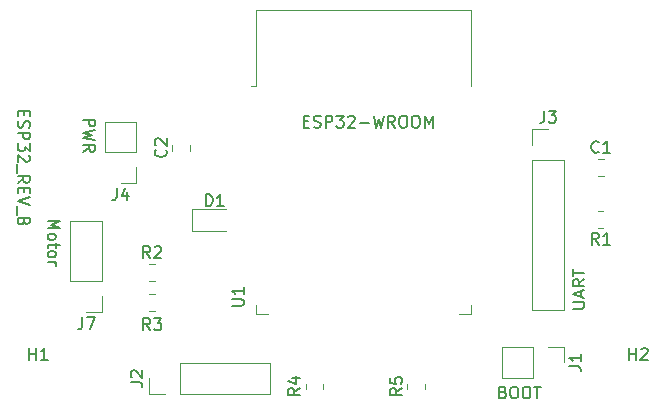
<source format=gto>
G04 #@! TF.GenerationSoftware,KiCad,Pcbnew,(5.1.10)-1*
G04 #@! TF.CreationDate,2022-05-01T16:49:19-04:00*
G04 #@! TF.ProjectId,Hardware,48617264-7761-4726-952e-6b696361645f,rev?*
G04 #@! TF.SameCoordinates,Original*
G04 #@! TF.FileFunction,Legend,Top*
G04 #@! TF.FilePolarity,Positive*
%FSLAX46Y46*%
G04 Gerber Fmt 4.6, Leading zero omitted, Abs format (unit mm)*
G04 Created by KiCad (PCBNEW (5.1.10)-1) date 2022-05-01 16:49:19*
%MOMM*%
%LPD*%
G01*
G04 APERTURE LIST*
%ADD10C,0.150000*%
%ADD11C,0.120000*%
%ADD12O,1.700000X1.700000*%
%ADD13R,1.700000X1.700000*%
%ADD14C,2.100000*%
%ADD15R,5.000000X5.000000*%
%ADD16R,2.000000X0.900000*%
%ADD17R,0.900000X2.000000*%
G04 APERTURE END LIST*
D10*
X82621428Y-98084285D02*
X82621428Y-98417619D01*
X82097619Y-98560476D02*
X82097619Y-98084285D01*
X83097619Y-98084285D01*
X83097619Y-98560476D01*
X82145238Y-98941428D02*
X82097619Y-99084285D01*
X82097619Y-99322380D01*
X82145238Y-99417619D01*
X82192857Y-99465238D01*
X82288095Y-99512857D01*
X82383333Y-99512857D01*
X82478571Y-99465238D01*
X82526190Y-99417619D01*
X82573809Y-99322380D01*
X82621428Y-99131904D01*
X82669047Y-99036666D01*
X82716666Y-98989047D01*
X82811904Y-98941428D01*
X82907142Y-98941428D01*
X83002380Y-98989047D01*
X83050000Y-99036666D01*
X83097619Y-99131904D01*
X83097619Y-99370000D01*
X83050000Y-99512857D01*
X82097619Y-99941428D02*
X83097619Y-99941428D01*
X83097619Y-100322380D01*
X83050000Y-100417619D01*
X83002380Y-100465238D01*
X82907142Y-100512857D01*
X82764285Y-100512857D01*
X82669047Y-100465238D01*
X82621428Y-100417619D01*
X82573809Y-100322380D01*
X82573809Y-99941428D01*
X83097619Y-100846190D02*
X83097619Y-101465238D01*
X82716666Y-101131904D01*
X82716666Y-101274761D01*
X82669047Y-101370000D01*
X82621428Y-101417619D01*
X82526190Y-101465238D01*
X82288095Y-101465238D01*
X82192857Y-101417619D01*
X82145238Y-101370000D01*
X82097619Y-101274761D01*
X82097619Y-100989047D01*
X82145238Y-100893809D01*
X82192857Y-100846190D01*
X83002380Y-101846190D02*
X83050000Y-101893809D01*
X83097619Y-101989047D01*
X83097619Y-102227142D01*
X83050000Y-102322380D01*
X83002380Y-102370000D01*
X82907142Y-102417619D01*
X82811904Y-102417619D01*
X82669047Y-102370000D01*
X82097619Y-101798571D01*
X82097619Y-102417619D01*
X82002380Y-102608095D02*
X82002380Y-103370000D01*
X82097619Y-104179523D02*
X82573809Y-103846190D01*
X82097619Y-103608095D02*
X83097619Y-103608095D01*
X83097619Y-103989047D01*
X83050000Y-104084285D01*
X83002380Y-104131904D01*
X82907142Y-104179523D01*
X82764285Y-104179523D01*
X82669047Y-104131904D01*
X82621428Y-104084285D01*
X82573809Y-103989047D01*
X82573809Y-103608095D01*
X82621428Y-104608095D02*
X82621428Y-104941428D01*
X82097619Y-105084285D02*
X82097619Y-104608095D01*
X83097619Y-104608095D01*
X83097619Y-105084285D01*
X83097619Y-105370000D02*
X82097619Y-105703333D01*
X83097619Y-106036666D01*
X82002380Y-106131904D02*
X82002380Y-106893809D01*
X82621428Y-107465238D02*
X82573809Y-107608095D01*
X82526190Y-107655714D01*
X82430952Y-107703333D01*
X82288095Y-107703333D01*
X82192857Y-107655714D01*
X82145238Y-107608095D01*
X82097619Y-107512857D01*
X82097619Y-107131904D01*
X83097619Y-107131904D01*
X83097619Y-107465238D01*
X83050000Y-107560476D01*
X83002380Y-107608095D01*
X82907142Y-107655714D01*
X82811904Y-107655714D01*
X82716666Y-107608095D01*
X82669047Y-107560476D01*
X82621428Y-107465238D01*
X82621428Y-107131904D01*
X123166357Y-121912071D02*
X123309214Y-121959690D01*
X123356833Y-122007309D01*
X123404452Y-122102547D01*
X123404452Y-122245404D01*
X123356833Y-122340642D01*
X123309214Y-122388261D01*
X123213976Y-122435880D01*
X122833023Y-122435880D01*
X122833023Y-121435880D01*
X123166357Y-121435880D01*
X123261595Y-121483500D01*
X123309214Y-121531119D01*
X123356833Y-121626357D01*
X123356833Y-121721595D01*
X123309214Y-121816833D01*
X123261595Y-121864452D01*
X123166357Y-121912071D01*
X122833023Y-121912071D01*
X124023500Y-121435880D02*
X124213976Y-121435880D01*
X124309214Y-121483500D01*
X124404452Y-121578738D01*
X124452071Y-121769214D01*
X124452071Y-122102547D01*
X124404452Y-122293023D01*
X124309214Y-122388261D01*
X124213976Y-122435880D01*
X124023500Y-122435880D01*
X123928261Y-122388261D01*
X123833023Y-122293023D01*
X123785404Y-122102547D01*
X123785404Y-121769214D01*
X123833023Y-121578738D01*
X123928261Y-121483500D01*
X124023500Y-121435880D01*
X125071119Y-121435880D02*
X125261595Y-121435880D01*
X125356833Y-121483500D01*
X125452071Y-121578738D01*
X125499690Y-121769214D01*
X125499690Y-122102547D01*
X125452071Y-122293023D01*
X125356833Y-122388261D01*
X125261595Y-122435880D01*
X125071119Y-122435880D01*
X124975880Y-122388261D01*
X124880642Y-122293023D01*
X124833023Y-122102547D01*
X124833023Y-121769214D01*
X124880642Y-121578738D01*
X124975880Y-121483500D01*
X125071119Y-121435880D01*
X125785404Y-121435880D02*
X126356833Y-121435880D01*
X126071119Y-122435880D02*
X126071119Y-121435880D01*
X129068580Y-114828438D02*
X129878104Y-114828438D01*
X129973342Y-114780819D01*
X130020961Y-114733200D01*
X130068580Y-114637961D01*
X130068580Y-114447485D01*
X130020961Y-114352247D01*
X129973342Y-114304628D01*
X129878104Y-114257009D01*
X129068580Y-114257009D01*
X129782866Y-113828438D02*
X129782866Y-113352247D01*
X130068580Y-113923676D02*
X129068580Y-113590342D01*
X130068580Y-113257009D01*
X130068580Y-112352247D02*
X129592390Y-112685580D01*
X130068580Y-112923676D02*
X129068580Y-112923676D01*
X129068580Y-112542723D01*
X129116200Y-112447485D01*
X129163819Y-112399866D01*
X129259057Y-112352247D01*
X129401914Y-112352247D01*
X129497152Y-112399866D01*
X129544771Y-112447485D01*
X129592390Y-112542723D01*
X129592390Y-112923676D01*
X129068580Y-112066533D02*
X129068580Y-111495104D01*
X130068580Y-111780819D02*
X129068580Y-111780819D01*
X106307619Y-98988571D02*
X106640952Y-98988571D01*
X106783809Y-99512380D02*
X106307619Y-99512380D01*
X106307619Y-98512380D01*
X106783809Y-98512380D01*
X107164761Y-99464761D02*
X107307619Y-99512380D01*
X107545714Y-99512380D01*
X107640952Y-99464761D01*
X107688571Y-99417142D01*
X107736190Y-99321904D01*
X107736190Y-99226666D01*
X107688571Y-99131428D01*
X107640952Y-99083809D01*
X107545714Y-99036190D01*
X107355238Y-98988571D01*
X107260000Y-98940952D01*
X107212380Y-98893333D01*
X107164761Y-98798095D01*
X107164761Y-98702857D01*
X107212380Y-98607619D01*
X107260000Y-98560000D01*
X107355238Y-98512380D01*
X107593333Y-98512380D01*
X107736190Y-98560000D01*
X108164761Y-99512380D02*
X108164761Y-98512380D01*
X108545714Y-98512380D01*
X108640952Y-98560000D01*
X108688571Y-98607619D01*
X108736190Y-98702857D01*
X108736190Y-98845714D01*
X108688571Y-98940952D01*
X108640952Y-98988571D01*
X108545714Y-99036190D01*
X108164761Y-99036190D01*
X109069523Y-98512380D02*
X109688571Y-98512380D01*
X109355238Y-98893333D01*
X109498095Y-98893333D01*
X109593333Y-98940952D01*
X109640952Y-98988571D01*
X109688571Y-99083809D01*
X109688571Y-99321904D01*
X109640952Y-99417142D01*
X109593333Y-99464761D01*
X109498095Y-99512380D01*
X109212380Y-99512380D01*
X109117142Y-99464761D01*
X109069523Y-99417142D01*
X110069523Y-98607619D02*
X110117142Y-98560000D01*
X110212380Y-98512380D01*
X110450476Y-98512380D01*
X110545714Y-98560000D01*
X110593333Y-98607619D01*
X110640952Y-98702857D01*
X110640952Y-98798095D01*
X110593333Y-98940952D01*
X110021904Y-99512380D01*
X110640952Y-99512380D01*
X111069523Y-99131428D02*
X111831428Y-99131428D01*
X112212380Y-98512380D02*
X112450476Y-99512380D01*
X112640952Y-98798095D01*
X112831428Y-99512380D01*
X113069523Y-98512380D01*
X114021904Y-99512380D02*
X113688571Y-99036190D01*
X113450476Y-99512380D02*
X113450476Y-98512380D01*
X113831428Y-98512380D01*
X113926666Y-98560000D01*
X113974285Y-98607619D01*
X114021904Y-98702857D01*
X114021904Y-98845714D01*
X113974285Y-98940952D01*
X113926666Y-98988571D01*
X113831428Y-99036190D01*
X113450476Y-99036190D01*
X114640952Y-98512380D02*
X114831428Y-98512380D01*
X114926666Y-98560000D01*
X115021904Y-98655238D01*
X115069523Y-98845714D01*
X115069523Y-99179047D01*
X115021904Y-99369523D01*
X114926666Y-99464761D01*
X114831428Y-99512380D01*
X114640952Y-99512380D01*
X114545714Y-99464761D01*
X114450476Y-99369523D01*
X114402857Y-99179047D01*
X114402857Y-98845714D01*
X114450476Y-98655238D01*
X114545714Y-98560000D01*
X114640952Y-98512380D01*
X115688571Y-98512380D02*
X115879047Y-98512380D01*
X115974285Y-98560000D01*
X116069523Y-98655238D01*
X116117142Y-98845714D01*
X116117142Y-99179047D01*
X116069523Y-99369523D01*
X115974285Y-99464761D01*
X115879047Y-99512380D01*
X115688571Y-99512380D01*
X115593333Y-99464761D01*
X115498095Y-99369523D01*
X115450476Y-99179047D01*
X115450476Y-98845714D01*
X115498095Y-98655238D01*
X115593333Y-98560000D01*
X115688571Y-98512380D01*
X116545714Y-99512380D02*
X116545714Y-98512380D01*
X116879047Y-99226666D01*
X117212380Y-98512380D01*
X117212380Y-99512380D01*
X87647519Y-98831566D02*
X88647519Y-98831566D01*
X88647519Y-99212519D01*
X88599900Y-99307757D01*
X88552280Y-99355376D01*
X88457042Y-99402995D01*
X88314185Y-99402995D01*
X88218947Y-99355376D01*
X88171328Y-99307757D01*
X88123709Y-99212519D01*
X88123709Y-98831566D01*
X88647519Y-99736328D02*
X87647519Y-99974423D01*
X88361804Y-100164900D01*
X87647519Y-100355376D01*
X88647519Y-100593471D01*
X87647519Y-101545852D02*
X88123709Y-101212519D01*
X87647519Y-100974423D02*
X88647519Y-100974423D01*
X88647519Y-101355376D01*
X88599900Y-101450614D01*
X88552280Y-101498233D01*
X88457042Y-101545852D01*
X88314185Y-101545852D01*
X88218947Y-101498233D01*
X88171328Y-101450614D01*
X88123709Y-101355376D01*
X88123709Y-100974423D01*
X84637619Y-107386666D02*
X85637619Y-107386666D01*
X84923333Y-107720000D01*
X85637619Y-108053333D01*
X84637619Y-108053333D01*
X84637619Y-108672380D02*
X84685238Y-108577142D01*
X84732857Y-108529523D01*
X84828095Y-108481904D01*
X85113809Y-108481904D01*
X85209047Y-108529523D01*
X85256666Y-108577142D01*
X85304285Y-108672380D01*
X85304285Y-108815238D01*
X85256666Y-108910476D01*
X85209047Y-108958095D01*
X85113809Y-109005714D01*
X84828095Y-109005714D01*
X84732857Y-108958095D01*
X84685238Y-108910476D01*
X84637619Y-108815238D01*
X84637619Y-108672380D01*
X85304285Y-109291428D02*
X85304285Y-109672380D01*
X85637619Y-109434285D02*
X84780476Y-109434285D01*
X84685238Y-109481904D01*
X84637619Y-109577142D01*
X84637619Y-109672380D01*
X84637619Y-110148571D02*
X84685238Y-110053333D01*
X84732857Y-110005714D01*
X84828095Y-109958095D01*
X85113809Y-109958095D01*
X85209047Y-110005714D01*
X85256666Y-110053333D01*
X85304285Y-110148571D01*
X85304285Y-110291428D01*
X85256666Y-110386666D01*
X85209047Y-110434285D01*
X85113809Y-110481904D01*
X84828095Y-110481904D01*
X84732857Y-110434285D01*
X84685238Y-110386666D01*
X84637619Y-110291428D01*
X84637619Y-110148571D01*
X84637619Y-110910476D02*
X85304285Y-110910476D01*
X85113809Y-110910476D02*
X85209047Y-110958095D01*
X85256666Y-111005714D01*
X85304285Y-111100952D01*
X85304285Y-111196190D01*
D11*
G04 #@! TO.C,R4*
X106453000Y-121639064D02*
X106453000Y-121184936D01*
X107923000Y-121639064D02*
X107923000Y-121184936D01*
G04 #@! TO.C,R3*
X93244936Y-113565000D02*
X93699064Y-113565000D01*
X93244936Y-115035000D02*
X93699064Y-115035000D01*
G04 #@! TO.C,J7*
X89214000Y-107382000D02*
X86554000Y-107382000D01*
X89214000Y-112522000D02*
X89214000Y-107382000D01*
X86554000Y-112522000D02*
X86554000Y-107382000D01*
X89214000Y-112522000D02*
X86554000Y-112522000D01*
X89214000Y-113792000D02*
X89214000Y-115122000D01*
X89214000Y-115122000D02*
X87884000Y-115122000D01*
G04 #@! TO.C,R2*
X93244936Y-111025000D02*
X93699064Y-111025000D01*
X93244936Y-112495000D02*
X93699064Y-112495000D01*
G04 #@! TO.C,J1*
X128330000Y-118050000D02*
X128330000Y-119380000D01*
X127000000Y-118050000D02*
X128330000Y-118050000D01*
X125730000Y-118050000D02*
X125730000Y-120710000D01*
X125730000Y-120710000D02*
X123130000Y-120710000D01*
X125730000Y-118050000D02*
X123130000Y-118050000D01*
X123130000Y-118050000D02*
X123130000Y-120710000D01*
G04 #@! TO.C,C2*
X95188668Y-101480252D02*
X95188668Y-100957748D01*
X96658668Y-101480252D02*
X96658668Y-100957748D01*
G04 #@! TO.C,R1*
X131672064Y-108050000D02*
X131217936Y-108050000D01*
X131672064Y-106580000D02*
X131217936Y-106580000D01*
G04 #@! TO.C,C1*
X131183748Y-103605000D02*
X131706252Y-103605000D01*
X131183748Y-102135000D02*
X131706252Y-102135000D01*
G04 #@! TO.C,J3*
X125670000Y-114995000D02*
X128330000Y-114995000D01*
X125670000Y-102235000D02*
X125670000Y-114995000D01*
X128330000Y-102235000D02*
X128330000Y-114995000D01*
X125670000Y-102235000D02*
X128330000Y-102235000D01*
X125670000Y-100965000D02*
X125670000Y-99635000D01*
X125670000Y-99635000D02*
X127000000Y-99635000D01*
G04 #@! TO.C,D1*
X99752500Y-106405000D02*
X96867500Y-106405000D01*
X96867500Y-106405000D02*
X96867500Y-108225000D01*
X96867500Y-108225000D02*
X99752500Y-108225000D01*
G04 #@! TO.C,R5*
X115080000Y-121639064D02*
X115080000Y-121184936D01*
X116550000Y-121639064D02*
X116550000Y-121184936D01*
G04 #@! TO.C,J4*
X92135000Y-99000000D02*
X89475000Y-99000000D01*
X92135000Y-101600000D02*
X92135000Y-99000000D01*
X89475000Y-101600000D02*
X89475000Y-99000000D01*
X92135000Y-101600000D02*
X89475000Y-101600000D01*
X92135000Y-102870000D02*
X92135000Y-104200000D01*
X92135000Y-104200000D02*
X90805000Y-104200000D01*
G04 #@! TO.C,J2*
X93196100Y-122068900D02*
X93196100Y-120738900D01*
X94526100Y-122068900D02*
X93196100Y-122068900D01*
X95796100Y-122068900D02*
X95796100Y-119408900D01*
X95796100Y-119408900D02*
X103476100Y-119408900D01*
X95796100Y-122068900D02*
X103476100Y-122068900D01*
X103476100Y-122068900D02*
X103476100Y-119408900D01*
G04 #@! TO.C,U1*
X102250000Y-95965000D02*
X101870000Y-95965000D01*
X102250000Y-89545000D02*
X102250000Y-95965000D01*
X120490000Y-89545000D02*
X120490000Y-95965000D01*
X102250000Y-89545000D02*
X120490000Y-89545000D01*
X120490000Y-115290000D02*
X119490000Y-115290000D01*
X120490000Y-114510000D02*
X120490000Y-115290000D01*
X102250000Y-115290000D02*
X103250000Y-115290000D01*
X102250000Y-114510000D02*
X102250000Y-115290000D01*
G04 #@! TO.C,R4*
D10*
X105990380Y-121578666D02*
X105514190Y-121912000D01*
X105990380Y-122150095D02*
X104990380Y-122150095D01*
X104990380Y-121769142D01*
X105038000Y-121673904D01*
X105085619Y-121626285D01*
X105180857Y-121578666D01*
X105323714Y-121578666D01*
X105418952Y-121626285D01*
X105466571Y-121673904D01*
X105514190Y-121769142D01*
X105514190Y-122150095D01*
X105323714Y-120721523D02*
X105990380Y-120721523D01*
X104942761Y-120959619D02*
X105657047Y-121197714D01*
X105657047Y-120578666D01*
G04 #@! TO.C,R3*
X93305333Y-116657380D02*
X92972000Y-116181190D01*
X92733904Y-116657380D02*
X92733904Y-115657380D01*
X93114857Y-115657380D01*
X93210095Y-115705000D01*
X93257714Y-115752619D01*
X93305333Y-115847857D01*
X93305333Y-115990714D01*
X93257714Y-116085952D01*
X93210095Y-116133571D01*
X93114857Y-116181190D01*
X92733904Y-116181190D01*
X93638666Y-115657380D02*
X94257714Y-115657380D01*
X93924380Y-116038333D01*
X94067238Y-116038333D01*
X94162476Y-116085952D01*
X94210095Y-116133571D01*
X94257714Y-116228809D01*
X94257714Y-116466904D01*
X94210095Y-116562142D01*
X94162476Y-116609761D01*
X94067238Y-116657380D01*
X93781523Y-116657380D01*
X93686285Y-116609761D01*
X93638666Y-116562142D01*
G04 #@! TO.C,J7*
X87550666Y-115574380D02*
X87550666Y-116288666D01*
X87503047Y-116431523D01*
X87407809Y-116526761D01*
X87264952Y-116574380D01*
X87169714Y-116574380D01*
X87931619Y-115574380D02*
X88598285Y-115574380D01*
X88169714Y-116574380D01*
G04 #@! TO.C,R2*
X93305333Y-110562380D02*
X92972000Y-110086190D01*
X92733904Y-110562380D02*
X92733904Y-109562380D01*
X93114857Y-109562380D01*
X93210095Y-109610000D01*
X93257714Y-109657619D01*
X93305333Y-109752857D01*
X93305333Y-109895714D01*
X93257714Y-109990952D01*
X93210095Y-110038571D01*
X93114857Y-110086190D01*
X92733904Y-110086190D01*
X93686285Y-109657619D02*
X93733904Y-109610000D01*
X93829142Y-109562380D01*
X94067238Y-109562380D01*
X94162476Y-109610000D01*
X94210095Y-109657619D01*
X94257714Y-109752857D01*
X94257714Y-109848095D01*
X94210095Y-109990952D01*
X93638666Y-110562380D01*
X94257714Y-110562380D01*
G04 #@! TO.C,J1*
X128782380Y-119713333D02*
X129496666Y-119713333D01*
X129639523Y-119760952D01*
X129734761Y-119856190D01*
X129782380Y-119999047D01*
X129782380Y-120094285D01*
X129782380Y-118713333D02*
X129782380Y-119284761D01*
X129782380Y-118999047D02*
X128782380Y-118999047D01*
X128925238Y-119094285D01*
X129020476Y-119189523D01*
X129068095Y-119284761D01*
G04 #@! TO.C,C2*
X94600810Y-101385666D02*
X94648429Y-101433285D01*
X94696048Y-101576142D01*
X94696048Y-101671380D01*
X94648429Y-101814238D01*
X94553191Y-101909476D01*
X94457953Y-101957095D01*
X94267477Y-102004714D01*
X94124620Y-102004714D01*
X93934144Y-101957095D01*
X93838906Y-101909476D01*
X93743668Y-101814238D01*
X93696048Y-101671380D01*
X93696048Y-101576142D01*
X93743668Y-101433285D01*
X93791287Y-101385666D01*
X93791287Y-101004714D02*
X93743668Y-100957095D01*
X93696048Y-100861857D01*
X93696048Y-100623761D01*
X93743668Y-100528523D01*
X93791287Y-100480904D01*
X93886525Y-100433285D01*
X93981763Y-100433285D01*
X94124620Y-100480904D01*
X94696048Y-101052333D01*
X94696048Y-100433285D01*
G04 #@! TO.C,R1*
X131278333Y-109417380D02*
X130945000Y-108941190D01*
X130706904Y-109417380D02*
X130706904Y-108417380D01*
X131087857Y-108417380D01*
X131183095Y-108465000D01*
X131230714Y-108512619D01*
X131278333Y-108607857D01*
X131278333Y-108750714D01*
X131230714Y-108845952D01*
X131183095Y-108893571D01*
X131087857Y-108941190D01*
X130706904Y-108941190D01*
X132230714Y-109417380D02*
X131659285Y-109417380D01*
X131945000Y-109417380D02*
X131945000Y-108417380D01*
X131849761Y-108560238D01*
X131754523Y-108655476D01*
X131659285Y-108703095D01*
G04 #@! TO.C,C1*
X131278333Y-101547142D02*
X131230714Y-101594761D01*
X131087857Y-101642380D01*
X130992619Y-101642380D01*
X130849761Y-101594761D01*
X130754523Y-101499523D01*
X130706904Y-101404285D01*
X130659285Y-101213809D01*
X130659285Y-101070952D01*
X130706904Y-100880476D01*
X130754523Y-100785238D01*
X130849761Y-100690000D01*
X130992619Y-100642380D01*
X131087857Y-100642380D01*
X131230714Y-100690000D01*
X131278333Y-100737619D01*
X132230714Y-101642380D02*
X131659285Y-101642380D01*
X131945000Y-101642380D02*
X131945000Y-100642380D01*
X131849761Y-100785238D01*
X131754523Y-100880476D01*
X131659285Y-100928095D01*
G04 #@! TO.C,J3*
X126666666Y-98087380D02*
X126666666Y-98801666D01*
X126619047Y-98944523D01*
X126523809Y-99039761D01*
X126380952Y-99087380D01*
X126285714Y-99087380D01*
X127047619Y-98087380D02*
X127666666Y-98087380D01*
X127333333Y-98468333D01*
X127476190Y-98468333D01*
X127571428Y-98515952D01*
X127619047Y-98563571D01*
X127666666Y-98658809D01*
X127666666Y-98896904D01*
X127619047Y-98992142D01*
X127571428Y-99039761D01*
X127476190Y-99087380D01*
X127190476Y-99087380D01*
X127095238Y-99039761D01*
X127047619Y-98992142D01*
G04 #@! TO.C,D1*
X98014404Y-106167380D02*
X98014404Y-105167380D01*
X98252500Y-105167380D01*
X98395357Y-105215000D01*
X98490595Y-105310238D01*
X98538214Y-105405476D01*
X98585833Y-105595952D01*
X98585833Y-105738809D01*
X98538214Y-105929285D01*
X98490595Y-106024523D01*
X98395357Y-106119761D01*
X98252500Y-106167380D01*
X98014404Y-106167380D01*
X99538214Y-106167380D02*
X98966785Y-106167380D01*
X99252500Y-106167380D02*
X99252500Y-105167380D01*
X99157261Y-105310238D01*
X99062023Y-105405476D01*
X98966785Y-105453095D01*
G04 #@! TO.C,H2*
X133858095Y-119172380D02*
X133858095Y-118172380D01*
X133858095Y-118648571D02*
X134429523Y-118648571D01*
X134429523Y-119172380D02*
X134429523Y-118172380D01*
X134858095Y-118267619D02*
X134905714Y-118220000D01*
X135000952Y-118172380D01*
X135239047Y-118172380D01*
X135334285Y-118220000D01*
X135381904Y-118267619D01*
X135429523Y-118362857D01*
X135429523Y-118458095D01*
X135381904Y-118600952D01*
X134810476Y-119172380D01*
X135429523Y-119172380D01*
G04 #@! TO.C,H1*
X83058095Y-119172380D02*
X83058095Y-118172380D01*
X83058095Y-118648571D02*
X83629523Y-118648571D01*
X83629523Y-119172380D02*
X83629523Y-118172380D01*
X84629523Y-119172380D02*
X84058095Y-119172380D01*
X84343809Y-119172380D02*
X84343809Y-118172380D01*
X84248571Y-118315238D01*
X84153333Y-118410476D01*
X84058095Y-118458095D01*
G04 #@! TO.C,R5*
X114617380Y-121578666D02*
X114141190Y-121912000D01*
X114617380Y-122150095D02*
X113617380Y-122150095D01*
X113617380Y-121769142D01*
X113665000Y-121673904D01*
X113712619Y-121626285D01*
X113807857Y-121578666D01*
X113950714Y-121578666D01*
X114045952Y-121626285D01*
X114093571Y-121673904D01*
X114141190Y-121769142D01*
X114141190Y-122150095D01*
X113617380Y-120673904D02*
X113617380Y-121150095D01*
X114093571Y-121197714D01*
X114045952Y-121150095D01*
X113998333Y-121054857D01*
X113998333Y-120816761D01*
X114045952Y-120721523D01*
X114093571Y-120673904D01*
X114188809Y-120626285D01*
X114426904Y-120626285D01*
X114522142Y-120673904D01*
X114569761Y-120721523D01*
X114617380Y-120816761D01*
X114617380Y-121054857D01*
X114569761Y-121150095D01*
X114522142Y-121197714D01*
G04 #@! TO.C,J4*
X90471666Y-104652380D02*
X90471666Y-105366666D01*
X90424047Y-105509523D01*
X90328809Y-105604761D01*
X90185952Y-105652380D01*
X90090714Y-105652380D01*
X91376428Y-104985714D02*
X91376428Y-105652380D01*
X91138333Y-104604761D02*
X90900238Y-105319047D01*
X91519285Y-105319047D01*
G04 #@! TO.C,J2*
X91648480Y-121072233D02*
X92362766Y-121072233D01*
X92505623Y-121119852D01*
X92600861Y-121215090D01*
X92648480Y-121357947D01*
X92648480Y-121453185D01*
X91743719Y-120643661D02*
X91696100Y-120596042D01*
X91648480Y-120500804D01*
X91648480Y-120262709D01*
X91696100Y-120167471D01*
X91743719Y-120119852D01*
X91838957Y-120072233D01*
X91934195Y-120072233D01*
X92077052Y-120119852D01*
X92648480Y-120691280D01*
X92648480Y-120072233D01*
G04 #@! TO.C,U1*
X100212380Y-114601904D02*
X101021904Y-114601904D01*
X101117142Y-114554285D01*
X101164761Y-114506666D01*
X101212380Y-114411428D01*
X101212380Y-114220952D01*
X101164761Y-114125714D01*
X101117142Y-114078095D01*
X101021904Y-114030476D01*
X100212380Y-114030476D01*
X101212380Y-113030476D02*
X101212380Y-113601904D01*
X101212380Y-113316190D02*
X100212380Y-113316190D01*
X100355238Y-113411428D01*
X100450476Y-113506666D01*
X100498095Y-113601904D01*
G04 #@! TD*
%LPC*%
G04 #@! TO.C,R4*
G36*
G01*
X107638002Y-121012000D02*
X106737998Y-121012000D01*
G75*
G02*
X106488000Y-120762002I0J249998D01*
G01*
X106488000Y-120236998D01*
G75*
G02*
X106737998Y-119987000I249998J0D01*
G01*
X107638002Y-119987000D01*
G75*
G02*
X107888000Y-120236998I0J-249998D01*
G01*
X107888000Y-120762002D01*
G75*
G02*
X107638002Y-121012000I-249998J0D01*
G01*
G37*
G36*
G01*
X107638002Y-122837000D02*
X106737998Y-122837000D01*
G75*
G02*
X106488000Y-122587002I0J249998D01*
G01*
X106488000Y-122061998D01*
G75*
G02*
X106737998Y-121812000I249998J0D01*
G01*
X107638002Y-121812000D01*
G75*
G02*
X107888000Y-122061998I0J-249998D01*
G01*
X107888000Y-122587002D01*
G75*
G02*
X107638002Y-122837000I-249998J0D01*
G01*
G37*
G04 #@! TD*
G04 #@! TO.C,R3*
G36*
G01*
X93872000Y-114750002D02*
X93872000Y-113849998D01*
G75*
G02*
X94121998Y-113600000I249998J0D01*
G01*
X94647002Y-113600000D01*
G75*
G02*
X94897000Y-113849998I0J-249998D01*
G01*
X94897000Y-114750002D01*
G75*
G02*
X94647002Y-115000000I-249998J0D01*
G01*
X94121998Y-115000000D01*
G75*
G02*
X93872000Y-114750002I0J249998D01*
G01*
G37*
G36*
G01*
X92047000Y-114750002D02*
X92047000Y-113849998D01*
G75*
G02*
X92296998Y-113600000I249998J0D01*
G01*
X92822002Y-113600000D01*
G75*
G02*
X93072000Y-113849998I0J-249998D01*
G01*
X93072000Y-114750002D01*
G75*
G02*
X92822002Y-115000000I-249998J0D01*
G01*
X92296998Y-115000000D01*
G75*
G02*
X92047000Y-114750002I0J249998D01*
G01*
G37*
G04 #@! TD*
D12*
G04 #@! TO.C,J7*
X87884000Y-108712000D03*
X87884000Y-111252000D03*
D13*
X87884000Y-113792000D03*
G04 #@! TD*
G04 #@! TO.C,R2*
G36*
G01*
X93872000Y-112210002D02*
X93872000Y-111309998D01*
G75*
G02*
X94121998Y-111060000I249998J0D01*
G01*
X94647002Y-111060000D01*
G75*
G02*
X94897000Y-111309998I0J-249998D01*
G01*
X94897000Y-112210002D01*
G75*
G02*
X94647002Y-112460000I-249998J0D01*
G01*
X94121998Y-112460000D01*
G75*
G02*
X93872000Y-112210002I0J249998D01*
G01*
G37*
G36*
G01*
X92047000Y-112210002D02*
X92047000Y-111309998D01*
G75*
G02*
X92296998Y-111060000I249998J0D01*
G01*
X92822002Y-111060000D01*
G75*
G02*
X93072000Y-111309998I0J-249998D01*
G01*
X93072000Y-112210002D01*
G75*
G02*
X92822002Y-112460000I-249998J0D01*
G01*
X92296998Y-112460000D01*
G75*
G02*
X92047000Y-112210002I0J249998D01*
G01*
G37*
G04 #@! TD*
G04 #@! TO.C,J1*
X127000000Y-119380000D03*
D12*
X124460000Y-119380000D03*
G04 #@! TD*
G04 #@! TO.C,C2*
G36*
G01*
X96398668Y-100769000D02*
X95448668Y-100769000D01*
G75*
G02*
X95198668Y-100519000I0J250000D01*
G01*
X95198668Y-100019000D01*
G75*
G02*
X95448668Y-99769000I250000J0D01*
G01*
X96398668Y-99769000D01*
G75*
G02*
X96648668Y-100019000I0J-250000D01*
G01*
X96648668Y-100519000D01*
G75*
G02*
X96398668Y-100769000I-250000J0D01*
G01*
G37*
G36*
G01*
X96398668Y-102669000D02*
X95448668Y-102669000D01*
G75*
G02*
X95198668Y-102419000I0J250000D01*
G01*
X95198668Y-101919000D01*
G75*
G02*
X95448668Y-101669000I250000J0D01*
G01*
X96398668Y-101669000D01*
G75*
G02*
X96648668Y-101919000I0J-250000D01*
G01*
X96648668Y-102419000D01*
G75*
G02*
X96398668Y-102669000I-250000J0D01*
G01*
G37*
G04 #@! TD*
G04 #@! TO.C,R1*
G36*
G01*
X131045000Y-106864998D02*
X131045000Y-107765002D01*
G75*
G02*
X130795002Y-108015000I-249998J0D01*
G01*
X130269998Y-108015000D01*
G75*
G02*
X130020000Y-107765002I0J249998D01*
G01*
X130020000Y-106864998D01*
G75*
G02*
X130269998Y-106615000I249998J0D01*
G01*
X130795002Y-106615000D01*
G75*
G02*
X131045000Y-106864998I0J-249998D01*
G01*
G37*
G36*
G01*
X132870000Y-106864998D02*
X132870000Y-107765002D01*
G75*
G02*
X132620002Y-108015000I-249998J0D01*
G01*
X132094998Y-108015000D01*
G75*
G02*
X131845000Y-107765002I0J249998D01*
G01*
X131845000Y-106864998D01*
G75*
G02*
X132094998Y-106615000I249998J0D01*
G01*
X132620002Y-106615000D01*
G75*
G02*
X132870000Y-106864998I0J-249998D01*
G01*
G37*
G04 #@! TD*
G04 #@! TO.C,C1*
G36*
G01*
X129995000Y-103345000D02*
X129995000Y-102395000D01*
G75*
G02*
X130245000Y-102145000I250000J0D01*
G01*
X130745000Y-102145000D01*
G75*
G02*
X130995000Y-102395000I0J-250000D01*
G01*
X130995000Y-103345000D01*
G75*
G02*
X130745000Y-103595000I-250000J0D01*
G01*
X130245000Y-103595000D01*
G75*
G02*
X129995000Y-103345000I0J250000D01*
G01*
G37*
G36*
G01*
X131895000Y-103345000D02*
X131895000Y-102395000D01*
G75*
G02*
X132145000Y-102145000I250000J0D01*
G01*
X132645000Y-102145000D01*
G75*
G02*
X132895000Y-102395000I0J-250000D01*
G01*
X132895000Y-103345000D01*
G75*
G02*
X132645000Y-103595000I-250000J0D01*
G01*
X132145000Y-103595000D01*
G75*
G02*
X131895000Y-103345000I0J250000D01*
G01*
G37*
G04 #@! TD*
G04 #@! TO.C,J3*
X127000000Y-113665000D03*
X127000000Y-111125000D03*
X127000000Y-108585000D03*
X127000000Y-106045000D03*
X127000000Y-103505000D03*
D13*
X127000000Y-100965000D03*
G04 #@! TD*
G04 #@! TO.C,D1*
G36*
G01*
X99052500Y-107715000D02*
X99052500Y-106915000D01*
G75*
G02*
X99302500Y-106665000I250000J0D01*
G01*
X100127500Y-106665000D01*
G75*
G02*
X100377500Y-106915000I0J-250000D01*
G01*
X100377500Y-107715000D01*
G75*
G02*
X100127500Y-107965000I-250000J0D01*
G01*
X99302500Y-107965000D01*
G75*
G02*
X99052500Y-107715000I0J250000D01*
G01*
G37*
G36*
G01*
X97127500Y-107715000D02*
X97127500Y-106915000D01*
G75*
G02*
X97377500Y-106665000I250000J0D01*
G01*
X98202500Y-106665000D01*
G75*
G02*
X98452500Y-106915000I0J-250000D01*
G01*
X98452500Y-107715000D01*
G75*
G02*
X98202500Y-107965000I-250000J0D01*
G01*
X97377500Y-107965000D01*
G75*
G02*
X97127500Y-107715000I0J250000D01*
G01*
G37*
G04 #@! TD*
D14*
G04 #@! TO.C,H2*
X134620000Y-121920000D03*
G04 #@! TD*
G04 #@! TO.C,H1*
X83820000Y-121920000D03*
G04 #@! TD*
G04 #@! TO.C,R5*
G36*
G01*
X116265002Y-121012000D02*
X115364998Y-121012000D01*
G75*
G02*
X115115000Y-120762002I0J249998D01*
G01*
X115115000Y-120236998D01*
G75*
G02*
X115364998Y-119987000I249998J0D01*
G01*
X116265002Y-119987000D01*
G75*
G02*
X116515000Y-120236998I0J-249998D01*
G01*
X116515000Y-120762002D01*
G75*
G02*
X116265002Y-121012000I-249998J0D01*
G01*
G37*
G36*
G01*
X116265002Y-122837000D02*
X115364998Y-122837000D01*
G75*
G02*
X115115000Y-122587002I0J249998D01*
G01*
X115115000Y-122061998D01*
G75*
G02*
X115364998Y-121812000I249998J0D01*
G01*
X116265002Y-121812000D01*
G75*
G02*
X116515000Y-122061998I0J-249998D01*
G01*
X116515000Y-122587002D01*
G75*
G02*
X116265002Y-122837000I-249998J0D01*
G01*
G37*
G04 #@! TD*
D12*
G04 #@! TO.C,J4*
X90805000Y-100330000D03*
D13*
X90805000Y-102870000D03*
G04 #@! TD*
G04 #@! TO.C,J2*
X94526100Y-120738900D03*
D12*
X97066100Y-120738900D03*
X99606100Y-120738900D03*
X102146100Y-120738900D03*
G04 #@! TD*
D15*
G04 #@! TO.C,U1*
X110370000Y-104655000D03*
D16*
X102870000Y-97155000D03*
X102870000Y-98425000D03*
X102870000Y-99695000D03*
X102870000Y-100965000D03*
X102870000Y-102235000D03*
X102870000Y-103505000D03*
X102870000Y-104775000D03*
X102870000Y-106045000D03*
X102870000Y-107315000D03*
X102870000Y-108585000D03*
X102870000Y-109855000D03*
X102870000Y-111125000D03*
X102870000Y-112395000D03*
X102870000Y-113665000D03*
D17*
X105655000Y-114665000D03*
X106925000Y-114665000D03*
X108195000Y-114665000D03*
X109465000Y-114665000D03*
X110735000Y-114665000D03*
X112005000Y-114665000D03*
X113275000Y-114665000D03*
X114545000Y-114665000D03*
X115815000Y-114665000D03*
X117085000Y-114665000D03*
D16*
X119870000Y-113665000D03*
X119870000Y-112395000D03*
X119870000Y-111125000D03*
X119870000Y-109855000D03*
X119870000Y-108585000D03*
X119870000Y-107315000D03*
X119870000Y-106045000D03*
X119870000Y-104775000D03*
X119870000Y-103505000D03*
X119870000Y-102235000D03*
X119870000Y-100965000D03*
X119870000Y-99695000D03*
X119870000Y-98425000D03*
X119870000Y-97155000D03*
G04 #@! TD*
M02*

</source>
